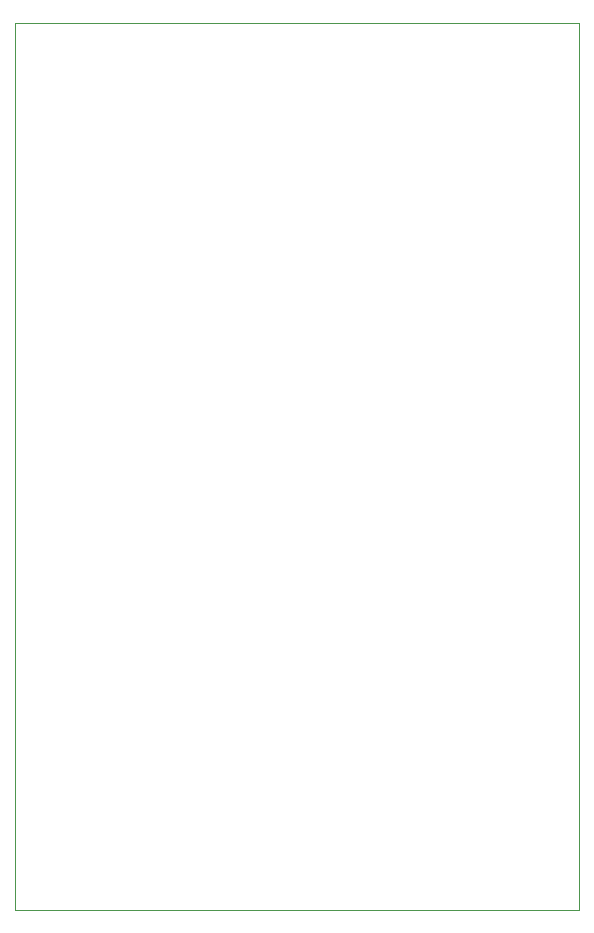
<source format=gbr>
%TF.GenerationSoftware,KiCad,Pcbnew,(6.0.2)*%
%TF.CreationDate,2022-03-02T22:32:20-08:00*%
%TF.ProjectId,node,6e6f6465-2e6b-4696-9361-645f70636258,rev?*%
%TF.SameCoordinates,Original*%
%TF.FileFunction,Profile,NP*%
%FSLAX46Y46*%
G04 Gerber Fmt 4.6, Leading zero omitted, Abs format (unit mm)*
G04 Created by KiCad (PCBNEW (6.0.2)) date 2022-03-02 22:32:20*
%MOMM*%
%LPD*%
G01*
G04 APERTURE LIST*
%TA.AperFunction,Profile*%
%ADD10C,0.100000*%
%TD*%
G04 APERTURE END LIST*
D10*
X41094583Y-33530000D02*
X88885418Y-33530000D01*
X88885418Y-33530000D02*
X88885418Y-108637500D01*
X88885418Y-108637500D02*
X41094583Y-108637500D01*
X41094583Y-108637500D02*
X41094583Y-33530000D01*
M02*

</source>
